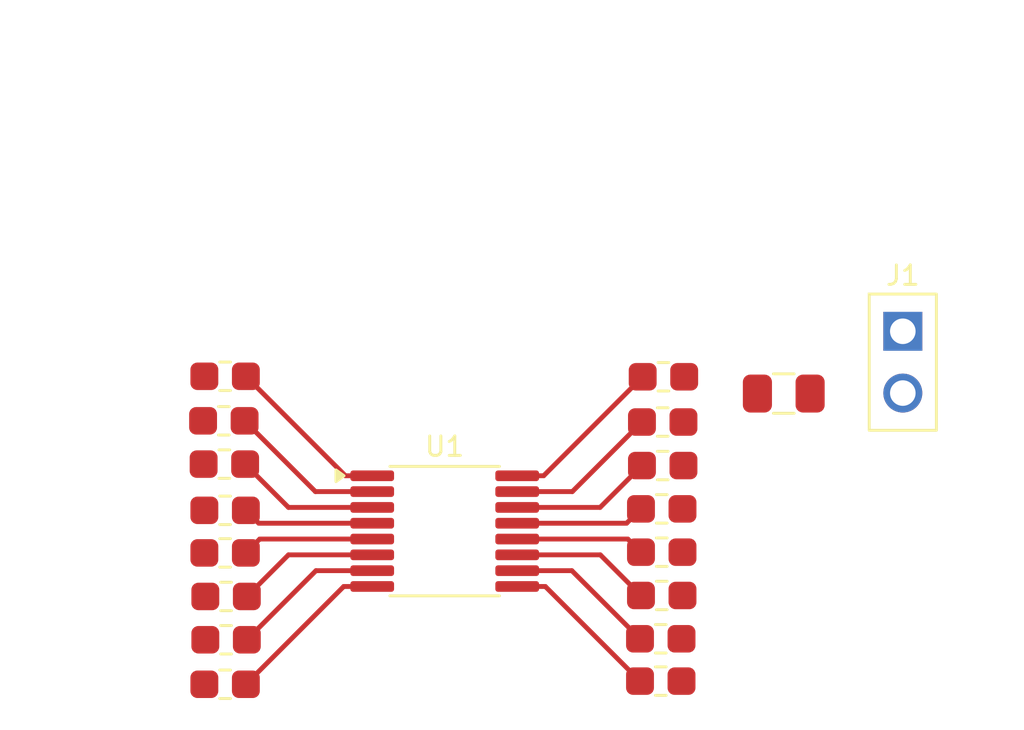
<source format=kicad_pcb>
(kicad_pcb (version 20241229) (generator "pcbnew") (generator_version "9.0")
  (layers (0 "F.Cu" signal) (2 "B.Cu" signal) (13 "F.Paste" user) (15 "B.Paste" user) (5 "F.SilkS" user "F.Silkscreen") (7 "B.SilkS" user "B.Silkscreen") (1 "F.Mask" user) (3 "B.Mask" user) (25 "Edge.Cuts" user))
  (net 0 "")
  (net 3 "Net-(U1-DGND)")
  (net 7 "Net-(U1-AVDD)")
  (net 9 "Net-(U1-AGND)")
  (net 11 "Net-(U1-REFIO)")
  (net 13 "Net-(U1-REFGND)")
  (net 15 "Net-(U1-REFCAP)")
  (net 18 "Net-(U1-AIN_P)")
  (net 19 "Net-(U1-AIN_GND)")
  (net 22 "Net-(U1-DVDD)")
  (net 24 "Net-(U1-RVS)")
  (net 25 "Net-(U1-ALARM{slash}SDO-1{slash}GPO)")
  (net 28 "Net-(U1-SDO-0)")
  (net 30 "Net-(U1-SCLK)")
  (net 32 "Net-(U1-CONVST{slash}*CS)")
  (net 34 "Net-(U1-SDI)")
  (net 35 "Net-(U1-*RST)")
  (footprint "TwoTerminal:RESC0603" (layer "F.Cu") (at 144.2575 112.12)
    (property "Reference" "R17" (hide yes))
    (property "Value" "10k, 0603")
    (fp_line (start -0.22 0.585) (end 0.22 0.585) (stroke (width 0.12)) (layer "F.SilkS"))
    (fp_line (start 0.22 -0.585) (end -0.22 -0.585) (stroke (width 0.12)) (layer "F.SilkS"))
    (pad "1" smd roundrect (at -0.8525 0) (size 1.145 1.13) (layers "F.Cu" "F.Mask" "F.Paste") (net 35 "Net-(U1-*RST)"))
    (pad "2" smd roundrect (at 0.8525 0) (size 1.145 1.13) (layers "F.Cu" "F.Mask" "F.Paste"))
  )
  (footprint "TwoTerminal:RESC0603" (layer "F.Cu") (at 126.31 101.42)
    (property "Reference" "R3" (hide yes))
    (property "Value" "10k, 0603")
    (fp_line (start -0.22 0.585) (end 0.22 0.585) (stroke (width 0.12)) (layer "F.SilkS"))
    (fp_line (start 0.22 -0.585) (end -0.22 -0.585) (stroke (width 0.12)) (layer "F.SilkS"))
    (pad "1" smd roundrect (at -0.8525 0) (size 1.145 1.13) (layers "F.Cu" "F.Mask" "F.Paste"))
    (pad "2" smd roundrect (at 0.8525 0) (size 1.145 1.13) (layers "F.Cu" "F.Mask" "F.Paste") (net 7 "Net-(U1-AVDD)"))
  )
  (footprint "TwoTerminal:RESC0603" (layer "F.Cu") (at 144.3375 101.47)
    (property "Reference" "R11" (hide yes))
    (property "Value" "10k, 0603")
    (fp_line (start -0.22 0.585) (end 0.22 0.585) (stroke (width 0.12)) (layer "F.SilkS"))
    (fp_line (start 0.22 -0.585) (end -0.22 -0.585) (stroke (width 0.12)) (layer "F.SilkS"))
    (pad "1" smd roundrect (at -0.8525 0) (size 1.145 1.13) (layers "F.Cu" "F.Mask" "F.Paste") (net 24 "Net-(U1-RVS)"))
    (pad "2" smd roundrect (at 0.8525 0) (size 1.145 1.13) (layers "F.Cu" "F.Mask" "F.Paste"))
  )
  (footprint "TwoTerminal:RESC0603" (layer "F.Cu") (at 126.3625 112.25)
    (property "Reference" "R9" (hide yes))
    (property "Value" "10k, 0603")
    (fp_line (start -0.22 0.585) (end 0.22 0.585) (stroke (width 0.12)) (layer "F.SilkS"))
    (fp_line (start 0.22 -0.585) (end -0.22 -0.585) (stroke (width 0.12)) (layer "F.SilkS"))
    (pad "1" smd roundrect (at -0.8525 0) (size 1.145 1.13) (layers "F.Cu" "F.Mask" "F.Paste"))
    (pad "2" smd roundrect (at 0.8525 0) (size 1.145 1.13) (layers "F.Cu" "F.Mask" "F.Paste") (net 19 "Net-(U1-AIN_GND)"))
  )
  (footprint "TwoTerminal:RESC0603" (layer "F.Cu") (at 144.3375 103.26)
    (property "Reference" "R12" (hide yes))
    (property "Value" "10k, 0603")
    (fp_line (start -0.22 0.585) (end 0.22 0.585) (stroke (width 0.12)) (layer "F.SilkS"))
    (fp_line (start 0.22 -0.585) (end -0.22 -0.585) (stroke (width 0.12)) (layer "F.SilkS"))
    (pad "1" smd roundrect (at -0.8525 0) (size 1.145 1.13) (layers "F.Cu" "F.Mask" "F.Paste") (net 25 "Net-(U1-ALARM{slash}SDO-1{slash}GPO)"))
    (pad "2" smd roundrect (at 0.8525 0) (size 1.145 1.13) (layers "F.Cu" "F.Mask" "F.Paste"))
  )
  (footprint "TwoTerminal:RESC0603" (layer "F.Cu") (at 126.3625 105.1)
    (property "Reference" "R5" (hide yes))
    (property "Value" "10k, 0603")
    (fp_line (start -0.22 0.585) (end 0.22 0.585) (stroke (width 0.12)) (layer "F.SilkS"))
    (fp_line (start 0.22 -0.585) (end -0.22 -0.585) (stroke (width 0.12)) (layer "F.SilkS"))
    (pad "1" smd roundrect (at -0.8525 0) (size 1.145 1.13) (layers "F.Cu" "F.Mask" "F.Paste"))
    (pad "2" smd roundrect (at 0.8525 0) (size 1.145 1.13) (layers "F.Cu" "F.Mask" "F.Paste") (net 11 "Net-(U1-REFIO)"))
  )
  (footprint "TwoTerminal:RESC0603" (layer "F.Cu") (at 144.2975 106.82)
    (property "Reference" "R14" (hide yes))
    (property "Value" "10k, 0603")
    (fp_line (start -0.22 0.585) (end 0.22 0.585) (stroke (width 0.12)) (layer "F.SilkS"))
    (fp_line (start 0.22 -0.585) (end -0.22 -0.585) (stroke (width 0.12)) (layer "F.SilkS"))
    (pad "1" smd roundrect (at -0.8525 0) (size 1.145 1.13) (layers "F.Cu" "F.Mask" "F.Paste") (net 30 "Net-(U1-SCLK)"))
    (pad "2" smd roundrect (at 0.8525 0) (size 1.145 1.13) (layers "F.Cu" "F.Mask" "F.Paste"))
  )
  (footprint "TwoTerminal:RESC0603" (layer "F.Cu") (at 126.4025 108.64)
    (property "Reference" "R7" (hide yes))
    (property "Value" "10k, 0603")
    (fp_line (start -0.22 0.585) (end 0.22 0.585) (stroke (width 0.12)) (layer "F.SilkS"))
    (fp_line (start 0.22 -0.585) (end -0.22 -0.585) (stroke (width 0.12)) (layer "F.SilkS"))
    (pad "1" smd roundrect (at -0.8525 0) (size 1.145 1.13) (layers "F.Cu" "F.Mask" "F.Paste"))
    (pad "2" smd roundrect (at 0.8525 0) (size 1.145 1.13) (layers "F.Cu" "F.Mask" "F.Paste") (net 15 "Net-(U1-REFCAP)"))
  )
  (footprint "TwoTerminal:RESC0603" (layer "F.Cu") (at 126.3625 106.85)
    (property "Reference" "R6" (hide yes))
    (property "Value" "10k, 0603")
    (fp_line (start -0.22 0.585) (end 0.22 0.585) (stroke (width 0.12)) (layer "F.SilkS"))
    (fp_line (start 0.22 -0.585) (end -0.22 -0.585) (stroke (width 0.12)) (layer "F.SilkS"))
    (pad "1" smd roundrect (at -0.8525 0) (size 1.145 1.13) (layers "F.Cu" "F.Mask" "F.Paste"))
    (pad "2" smd roundrect (at 0.8525 0) (size 1.145 1.13) (layers "F.Cu" "F.Mask" "F.Paste") (net 13 "Net-(U1-REFGND)"))
  )
  (footprint "Connector_Custom:PinHeader_1x2" (layer "F.Cu") (at 154.2 99.01)
    (property "Reference" "J1" (at 0.0025 -3.5625 0) (layer "F.SilkS") (effects (font (size 0.8 0.8) (thickness 0.12))))
    (property "Value" "Conn_01x02_Pin")
    (fp_rect (start -1.38 -2.8) (end 1.38 2.8) (stroke (width 0.12)) (fill no) (layer "F.SilkS"))
    (pad "1" thru_hole rect (at 0 -1.27) (size 1.6 1.6) (drill 1.05) (layers "*.Cu" "*.Mask"))
    (pad "2" thru_hole circle (at 0 1.27) (size 1.6 1.6) (drill 1.05) (layers "*.Cu" "*.Mask"))
  )
  (footprint "TwoTerminal:RESC0603" (layer "F.Cu") (at 144.2575 110.38)
    (property "Reference" "R16" (hide yes))
    (property "Value" "10k, 0603")
    (fp_line (start -0.22 0.585) (end 0.22 0.585) (stroke (width 0.12)) (layer "F.SilkS"))
    (fp_line (start 0.22 -0.585) (end -0.22 -0.585) (stroke (width 0.12)) (layer "F.SilkS"))
    (pad "1" smd roundrect (at -0.8525 0) (size 1.145 1.13) (layers "F.Cu" "F.Mask" "F.Paste") (net 34 "Net-(U1-SDI)"))
    (pad "2" smd roundrect (at 0.8525 0) (size 1.145 1.13) (layers "F.Cu" "F.Mask" "F.Paste"))
  )
  (footprint "TwoTerminal:RESC0603" (layer "F.Cu") (at 144.3675 99.61)
    (property "Reference" "R10" (hide yes))
    (property "Value" "10k, 0603")
    (fp_line (start -0.22 0.585) (end 0.22 0.585) (stroke (width 0.12)) (layer "F.SilkS"))
    (fp_line (start 0.22 -0.585) (end -0.22 -0.585) (stroke (width 0.12)) (layer "F.SilkS"))
    (pad "1" smd roundrect (at -0.8525 0) (size 1.145 1.13) (layers "F.Cu" "F.Mask" "F.Paste") (net 22 "Net-(U1-DVDD)"))
    (pad "2" smd roundrect (at 0.8525 0) (size 1.145 1.13) (layers "F.Cu" "F.Mask" "F.Paste"))
  )
  (footprint "TwoTerminal:RESC0603" (layer "F.Cu") (at 126.4025 110.42)
    (property "Reference" "R8" (hide yes))
    (property "Value" "10k, 0603")
    (fp_line (start -0.22 0.585) (end 0.22 0.585) (stroke (width 0.12)) (layer "F.SilkS"))
    (fp_line (start 0.22 -0.585) (end -0.22 -0.585) (stroke (width 0.12)) (layer "F.SilkS"))
    (pad "1" smd roundrect (at -0.8525 0) (size 1.145 1.13) (layers "F.Cu" "F.Mask" "F.Paste"))
    (pad "2" smd roundrect (at 0.8525 0) (size 1.145 1.13) (layers "F.Cu" "F.Mask" "F.Paste") (net 18 "Net-(U1-AIN_P)"))
  )
  (footprint "TwoTerminal:RESC0603" (layer "F.Cu") (at 126.3625 99.59)
    (property "Reference" "R1" (hide yes))
    (property "Value" "10k, 0603")
    (fp_line (start -0.22 0.585) (end 0.22 0.585) (stroke (width 0.12)) (layer "F.SilkS"))
    (fp_line (start 0.22 -0.585) (end -0.22 -0.585) (stroke (width 0.12)) (layer "F.SilkS"))
    (pad "1" smd roundrect (at -0.8525 0) (size 1.145 1.13) (layers "F.Cu" "F.Mask" "F.Paste"))
    (pad "2" smd roundrect (at 0.8525 0) (size 1.145 1.13) (layers "F.Cu" "F.Mask" "F.Paste") (net 3 "Net-(U1-DGND)"))
  )
  (footprint "TwoTerminal:RESC0603" (layer "F.Cu") (at 144.2975 108.6)
    (property "Reference" "R15" (hide yes))
    (property "Value" "10k, 0603")
    (fp_line (start -0.22 0.585) (end 0.22 0.585) (stroke (width 0.12)) (layer "F.SilkS"))
    (fp_line (start 0.22 -0.585) (end -0.22 -0.585) (stroke (width 0.12)) (layer "F.SilkS"))
    (pad "1" smd roundrect (at -0.8525 0) (size 1.145 1.13) (layers "F.Cu" "F.Mask" "F.Paste") (net 32 "Net-(U1-CONVST{slash}*CS)"))
    (pad "2" smd roundrect (at 0.8525 0) (size 1.145 1.13) (layers "F.Cu" "F.Mask" "F.Paste"))
  )
  (footprint "TwoTerminal:RESC0603" (layer "F.Cu") (at 126.3325 103.2)
    (property "Reference" "R4" (hide yes))
    (property "Value" "10k, 0603")
    (fp_line (start -0.22 0.585) (end 0.22 0.585) (stroke (width 0.12)) (layer "F.SilkS"))
    (fp_line (start 0.22 -0.585) (end -0.22 -0.585) (stroke (width 0.12)) (layer "F.SilkS"))
    (pad "1" smd roundrect (at -0.8525 0) (size 1.145 1.13) (layers "F.Cu" "F.Mask" "F.Paste"))
    (pad "2" smd roundrect (at 0.8525 0) (size 1.145 1.13) (layers "F.Cu" "F.Mask" "F.Paste") (net 9 "Net-(U1-AGND)"))
  )
  (footprint "TwoTerminal:RESC0805" (layer "F.Cu") (at 149.31 100.3)
    (property "Reference" "R2" (hide yes))
    (property "Value" "10k, 0805")
    (fp_line (start -0.425 0.81) (end 0.425 0.81) (stroke (width 0.12)) (layer "F.SilkS"))
    (fp_line (start 0.425 -0.81) (end -0.425 -0.81) (stroke (width 0.12)) (layer "F.SilkS"))
    (pad "1" smd roundrect (at -1.0825 0) (size 1.195 1.56) (layers "F.Cu" "F.Mask" "F.Paste"))
    (pad "2" smd roundrect (at 1.0825 0) (size 1.195 1.56) (layers "F.Cu" "F.Mask" "F.Paste"))
  )
  (footprint "IC:ADS8699" (layer "F.Cu") (at 135.3825 105.955)
    (property "Reference" "U1" (at -0.005 -3.4775 0) (layer "F.SilkS") (effects (font (size 0.8 0.8) (thickness 0.12))))
    (property "Value" "XMC1100")
    (fp_line (start -2.25 -2.66) (end 2.25 -2.66) (stroke (width 0.12)) (layer "F.SilkS"))
    (fp_line (start -2.25 2.66) (end 2.25 2.66) (stroke (width 0.12)) (layer "F.SilkS"))
    (fp_poly (pts (xy -4.135 -2.275) (xy -4.465 -2.515) (xy -4.465 -2.035)) (stroke (width 0.12)) (fill yes) (layer "F.SilkS"))
    (pad "1" smd roundrect (at -2.9775 -2.275) (size 1.795 0.44) (layers "F.Cu" "F.Mask" "F.Paste") (net 3 "Net-(U1-DGND)"))
    (pad "2" smd roundrect (at -2.9775 -1.625) (size 1.795 0.44) (layers "F.Cu" "F.Mask" "F.Paste") (net 7 "Net-(U1-AVDD)"))
    (pad "3" smd roundrect (at -2.9775 -0.975) (size 1.795 0.44) (layers "F.Cu" "F.Mask" "F.Paste") (net 9 "Net-(U1-AGND)"))
    (pad "4" smd roundrect (at -2.9775 -0.325) (size 1.795 0.44) (layers "F.Cu" "F.Mask" "F.Paste") (net 11 "Net-(U1-REFIO)"))
    (pad "5" smd roundrect (at -2.9775 0.325) (size 1.795 0.44) (layers "F.Cu" "F.Mask" "F.Paste") (net 13 "Net-(U1-REFGND)"))
    (pad "6" smd roundrect (at -2.9775 0.975) (size 1.795 0.44) (layers "F.Cu" "F.Mask" "F.Paste") (net 15 "Net-(U1-REFCAP)"))
    (pad "7" smd roundrect (at -2.9775 1.625) (size 1.795 0.44) (layers "F.Cu" "F.Mask" "F.Paste") (net 18 "Net-(U1-AIN_P)"))
    (pad "8" smd roundrect (at -2.9775 2.275) (size 1.795 0.44) (layers "F.Cu" "F.Mask" "F.Paste") (net 19 "Net-(U1-AIN_GND)"))
    (pad "9" smd roundrect (at 2.9775 2.275) (size 1.795 0.44) (layers "F.Cu" "F.Mask" "F.Paste") (net 35 "Net-(U1-*RST)"))
    (pad "10" smd roundrect (at 2.9775 1.625) (size 1.795 0.44) (layers "F.Cu" "F.Mask" "F.Paste") (net 34 "Net-(U1-SDI)"))
    (pad "11" smd roundrect (at 2.9775 0.975) (size 1.795 0.44) (layers "F.Cu" "F.Mask" "F.Paste") (net 32 "Net-(U1-CONVST{slash}*CS)"))
    (pad "12" smd roundrect (at 2.9775 0.325) (size 1.795 0.44) (layers "F.Cu" "F.Mask" "F.Paste") (net 30 "Net-(U1-SCLK)"))
    (pad "13" smd roundrect (at 2.9775 -0.325) (size 1.795 0.44) (layers "F.Cu" "F.Mask" "F.Paste") (net 28 "Net-(U1-SDO-0)"))
    (pad "14" smd roundrect (at 2.9775 -0.975) (size 1.795 0.44) (layers "F.Cu" "F.Mask" "F.Paste") (net 25 "Net-(U1-ALARM{slash}SDO-1{slash}GPO)"))
    (pad "15" smd roundrect (at 2.9775 -1.625) (size 1.795 0.44) (layers "F.Cu" "F.Mask" "F.Paste") (net 24 "Net-(U1-RVS)"))
    (pad "16" smd roundrect (at 2.9775 -2.275) (size 1.795 0.44) (layers "F.Cu" "F.Mask" "F.Paste") (net 22 "Net-(U1-DVDD)"))
  )
  (footprint "TwoTerminal:RESC0603" (layer "F.Cu") (at 144.2975 105.04)
    (property "Reference" "R13" (hide yes))
    (property "Value" "10k, 0603")
    (fp_line (start -0.22 0.585) (end 0.22 0.585) (stroke (width 0.12)) (layer "F.SilkS"))
    (fp_line (start 0.22 -0.585) (end -0.22 -0.585) (stroke (width 0.12)) (layer "F.SilkS"))
    (pad "1" smd roundrect (at -0.8525 0) (size 1.145 1.13) (layers "F.Cu" "F.Mask" "F.Paste") (net 28 "Net-(U1-SDO-0)"))
    (pad "2" smd roundrect (at 0.8525 0) (size 1.145 1.13) (layers "F.Cu" "F.Mask" "F.Paste"))
  )
  (segment (start 132.405 103.68) (end 131.305 103.68) (width 0.2) (layer "F.Cu") (net 3))
  (segment (start 131.305 103.68) (end 127.215 99.59) (width 0.2) (layer "F.Cu") (net 3))
  (segment (start 130.0725 104.33) (end 127.1625 101.42) (width 0.2) (layer "F.Cu") (net 7))
  (segment (start 132.405 104.33) (end 130.0725 104.33) (width 0.2) (layer "F.Cu") (net 7))
  (segment (start 132.405 104.98) (end 128.965 104.98) (width 0.2) (layer "F.Cu") (net 9))
  (segment (start 128.965 104.98) (end 127.185 103.2) (width 0.2) (layer "F.Cu") (net 9))
  (segment (start 127.745 105.63) (end 127.215 105.1) (width 0.2) (layer "F.Cu") (net 11))
  (segment (start 132.405 105.63) (end 127.745 105.63) (width 0.2) (layer "F.Cu") (net 11))
  (segment (start 132.405 106.28) (end 127.785 106.28) (width 0.2) (layer "F.Cu") (net 13))
  (segment (start 127.785 106.28) (end 127.215 106.85) (width 0.2) (layer "F.Cu") (net 13))
  (segment (start 132.405 106.93) (end 128.965 106.93) (width 0.2) (layer "F.Cu") (net 15))
  (segment (start 128.965 106.93) (end 127.255 108.64) (width 0.2) (layer "F.Cu") (net 15))
  (segment (start 132.405 107.58) (end 130.095 107.58) (width 0.2) (layer "F.Cu") (net 18))
  (segment (start 130.095 107.58) (end 127.255 110.42) (width 0.2) (layer "F.Cu") (net 18))
  (segment (start 132.405 108.23) (end 131.235 108.23) (width 0.2) (layer "F.Cu") (net 19))
  (segment (start 131.235 108.23) (end 127.215 112.25) (width 0.2) (layer "F.Cu") (net 19))
  (segment (start 139.445 103.68) (end 143.515 99.61) (width 0.2) (layer "F.Cu") (net 22))
  (segment (start 138.36 103.68) (end 139.445 103.68) (width 0.2) (layer "F.Cu") (net 22))
  (segment (start 140.625 104.33) (end 138.36 104.33) (width 0.2) (layer "F.Cu") (net 24))
  (segment (start 143.485 101.47) (end 140.625 104.33) (width 0.2) (layer "F.Cu") (net 24))
  (segment (start 143.485 103.26) (end 141.765 104.98) (width 0.2) (layer "F.Cu") (net 25))
  (segment (start 141.765 104.98) (end 138.36 104.98) (width 0.2) (layer "F.Cu") (net 25))
  (segment (start 138.36 105.63) (end 142.855 105.63) (width 0.2) (layer "F.Cu") (net 28))
  (segment (start 142.855 105.63) (end 143.445 105.04) (width 0.2) (layer "F.Cu") (net 28))
  (segment (start 138.36 106.28) (end 142.905 106.28) (width 0.2) (layer "F.Cu") (net 30))
  (segment (start 142.905 106.28) (end 143.445 106.82) (width 0.2) (layer "F.Cu") (net 30))
  (segment (start 141.775 106.93) (end 143.445 108.6) (width 0.2) (layer "F.Cu") (net 32))
  (segment (start 138.36 106.93) (end 141.775 106.93) (width 0.2) (layer "F.Cu") (net 32))
  (segment (start 140.605 107.58) (end 138.36 107.58) (width 0.2) (layer "F.Cu") (net 34))
  (segment (start 143.405 110.38) (end 140.605 107.58) (width 0.2) (layer "F.Cu") (net 34))
  (segment (start 139.515 108.23) (end 143.405 112.12) (width 0.2) (layer "F.Cu") (net 35))
  (segment (start 138.36 108.23) (end 139.515 108.23) (width 0.2) (layer "F.Cu") (net 35))
)
</source>
